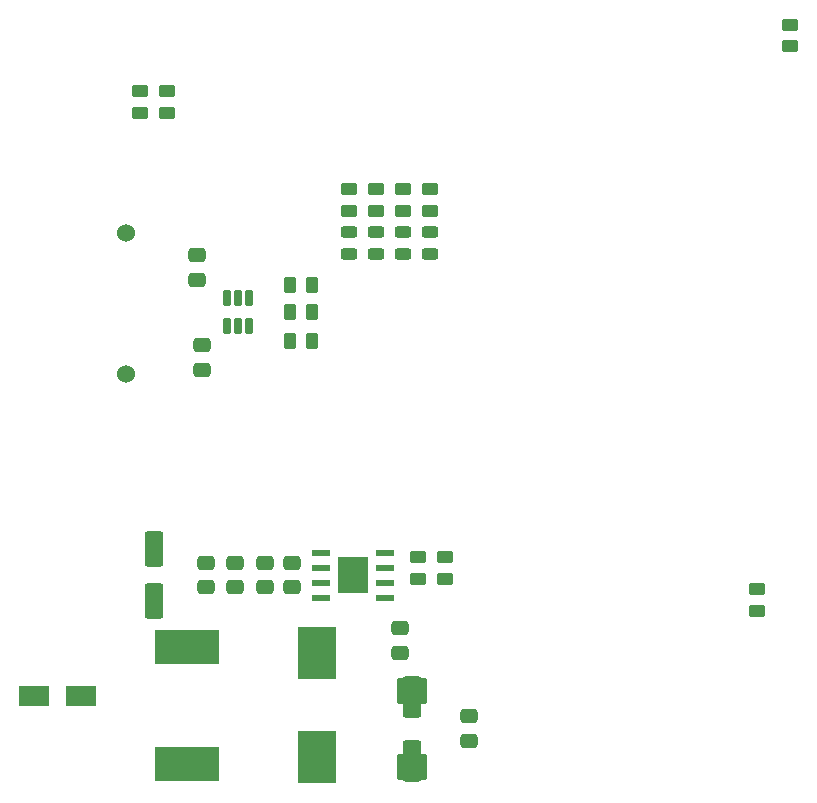
<source format=gbr>
%TF.GenerationSoftware,KiCad,Pcbnew,7.0.7*%
%TF.CreationDate,2023-11-15T18:09:05+01:00*%
%TF.ProjectId,ESP32_Weather_Servizio_Meteo_Sovramontino_v0.2,45535033-325f-4576-9561-746865725f53,rev?*%
%TF.SameCoordinates,Original*%
%TF.FileFunction,Paste,Top*%
%TF.FilePolarity,Positive*%
%FSLAX46Y46*%
G04 Gerber Fmt 4.6, Leading zero omitted, Abs format (unit mm)*
G04 Created by KiCad (PCBNEW 7.0.7) date 2023-11-15 18:09:05*
%MOMM*%
%LPD*%
G01*
G04 APERTURE LIST*
G04 Aperture macros list*
%AMRoundRect*
0 Rectangle with rounded corners*
0 $1 Rounding radius*
0 $2 $3 $4 $5 $6 $7 $8 $9 X,Y pos of 4 corners*
0 Add a 4 corners polygon primitive as box body*
4,1,4,$2,$3,$4,$5,$6,$7,$8,$9,$2,$3,0*
0 Add four circle primitives for the rounded corners*
1,1,$1+$1,$2,$3*
1,1,$1+$1,$4,$5*
1,1,$1+$1,$6,$7*
1,1,$1+$1,$8,$9*
0 Add four rect primitives between the rounded corners*
20,1,$1+$1,$2,$3,$4,$5,0*
20,1,$1+$1,$4,$5,$6,$7,0*
20,1,$1+$1,$6,$7,$8,$9,0*
20,1,$1+$1,$8,$9,$2,$3,0*%
G04 Aperture macros list end*
%ADD10C,1.524000*%
%ADD11R,3.300000X4.500000*%
%ADD12RoundRect,0.250000X-0.450000X0.262500X-0.450000X-0.262500X0.450000X-0.262500X0.450000X0.262500X0*%
%ADD13RoundRect,0.250000X0.475000X-0.337500X0.475000X0.337500X-0.475000X0.337500X-0.475000X-0.337500X0*%
%ADD14RoundRect,0.250000X0.450000X-0.262500X0.450000X0.262500X-0.450000X0.262500X-0.450000X-0.262500X0*%
%ADD15RoundRect,0.243750X-0.456250X0.243750X-0.456250X-0.243750X0.456250X-0.243750X0.456250X0.243750X0*%
%ADD16RoundRect,0.250000X0.262500X0.450000X-0.262500X0.450000X-0.262500X-0.450000X0.262500X-0.450000X0*%
%ADD17R,1.550000X0.600000*%
%ADD18R,2.600000X3.100000*%
%ADD19RoundRect,0.250000X-1.025000X0.875000X-1.025000X-0.875000X1.025000X-0.875000X1.025000X0.875000X0*%
%ADD20RoundRect,0.250000X-0.475000X0.337500X-0.475000X-0.337500X0.475000X-0.337500X0.475000X0.337500X0*%
%ADD21RoundRect,0.250000X-0.262500X-0.450000X0.262500X-0.450000X0.262500X0.450000X-0.262500X0.450000X0*%
%ADD22R,5.400000X2.900000*%
%ADD23R,2.500000X1.800000*%
%ADD24RoundRect,0.042000X0.258000X-0.633000X0.258000X0.633000X-0.258000X0.633000X-0.258000X-0.633000X0*%
%ADD25RoundRect,0.250000X0.550000X-1.250000X0.550000X1.250000X-0.550000X1.250000X-0.550000X-1.250000X0*%
%ADD26RoundRect,0.250000X-0.550000X1.500000X-0.550000X-1.500000X0.550000X-1.500000X0.550000X1.500000X0*%
G04 APERTURE END LIST*
D10*
%TO.C,U2*%
X138091800Y-49633700D03*
X138097800Y-61611700D03*
%TD*%
D11*
%TO.C,D1*%
X154256000Y-85262000D03*
X154256000Y-94062000D03*
%TD*%
D12*
%TO.C,R10*%
X159220000Y-45945500D03*
X159220000Y-47770500D03*
%TD*%
D13*
%TO.C,C1*%
X144107000Y-53610500D03*
X144107000Y-51535500D03*
%TD*%
D12*
%TO.C,R9*%
X194272000Y-32027500D03*
X194272000Y-33852500D03*
%TD*%
D13*
%TO.C,C3*%
X152146000Y-79675900D03*
X152146000Y-77600900D03*
%TD*%
D14*
%TO.C,R5*%
X139281000Y-39515500D03*
X139281000Y-37690500D03*
%TD*%
D15*
%TO.C,D6*%
X156934000Y-49603500D03*
X156934000Y-51478500D03*
%TD*%
D14*
%TO.C,R4*%
X141567000Y-39515500D03*
X141567000Y-37690500D03*
%TD*%
D16*
%TO.C,R3*%
X153782500Y-56383000D03*
X151957500Y-56383000D03*
%TD*%
D17*
%TO.C,U3*%
X159956000Y-80567000D03*
X159956000Y-79297000D03*
X159956000Y-78027000D03*
X159956000Y-76757000D03*
X154556000Y-76757000D03*
X154556000Y-78027000D03*
X154556000Y-79297000D03*
X154556000Y-80567000D03*
D18*
X157256000Y-78662000D03*
%TD*%
D19*
%TO.C,C9*%
X162256000Y-88462000D03*
X162256000Y-94862000D03*
%TD*%
D13*
%TO.C,C5*%
X147282000Y-79675900D03*
X147282000Y-77600900D03*
%TD*%
D20*
%TO.C,C8*%
X161256000Y-83146200D03*
X161256000Y-85221200D03*
%TD*%
D16*
%TO.C,R2*%
X153782500Y-54097000D03*
X151957500Y-54097000D03*
%TD*%
D21*
%TO.C,R1*%
X151957500Y-58796000D03*
X153782500Y-58796000D03*
%TD*%
D22*
%TO.C,L1*%
X143256000Y-84712000D03*
X143256000Y-94612000D03*
%TD*%
D14*
%TO.C,R7*%
X165062000Y-78941300D03*
X165062000Y-77116300D03*
%TD*%
D23*
%TO.C,D7*%
X134296000Y-88895000D03*
X130296000Y-88895000D03*
%TD*%
D24*
%TO.C,D2*%
X146586000Y-57568000D03*
X147536000Y-57568000D03*
X148486000Y-57568000D03*
X148486000Y-55198000D03*
X147536000Y-55198000D03*
X146586000Y-55198000D03*
%TD*%
D12*
%TO.C,R12*%
X163771000Y-45945500D03*
X163771000Y-47770500D03*
%TD*%
%TO.C,R11*%
X161506000Y-45945500D03*
X161506000Y-47770500D03*
%TD*%
D13*
%TO.C,C6*%
X144488000Y-61230500D03*
X144488000Y-59155500D03*
%TD*%
D20*
%TO.C,C11*%
X167094000Y-90588500D03*
X167094000Y-92663500D03*
%TD*%
D25*
%TO.C,C2*%
X140424000Y-80838400D03*
X140424000Y-76438400D03*
%TD*%
D13*
%TO.C,C4*%
X149822000Y-79675900D03*
X149822000Y-77600900D03*
%TD*%
D12*
%TO.C,R13*%
X156934000Y-45945500D03*
X156934000Y-47770500D03*
%TD*%
%TO.C,R8*%
X162814000Y-77116300D03*
X162814000Y-78941300D03*
%TD*%
D26*
%TO.C,C10*%
X162256000Y-88962000D03*
X162256000Y-94362000D03*
%TD*%
D15*
%TO.C,D5*%
X163792000Y-49603500D03*
X163792000Y-51478500D03*
%TD*%
%TO.C,D3*%
X159220000Y-49603500D03*
X159220000Y-51478500D03*
%TD*%
D13*
%TO.C,C7*%
X144869000Y-79675900D03*
X144869000Y-77600900D03*
%TD*%
D15*
%TO.C,D4*%
X161506000Y-49603500D03*
X161506000Y-51478500D03*
%TD*%
D14*
%TO.C,R6*%
X191478000Y-81679500D03*
X191478000Y-79854500D03*
%TD*%
M02*

</source>
